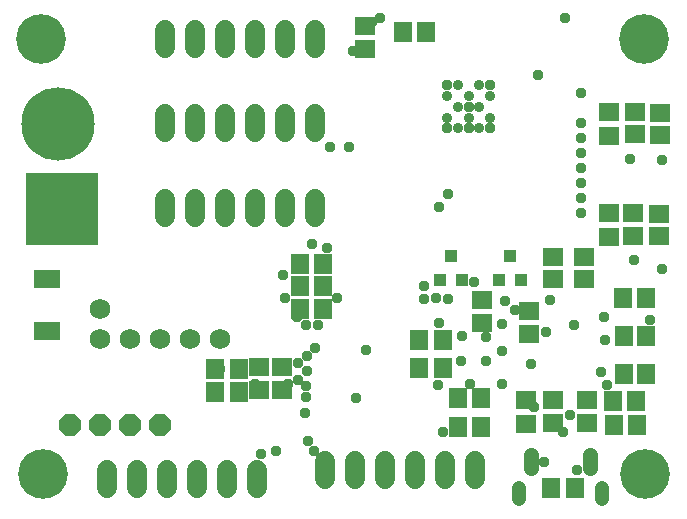
<source format=gbr>
G04 EAGLE Gerber RS-274X export*
G75*
%MOMM*%
%FSLAX34Y34*%
%LPD*%
%INSoldermask Bottom*%
%IPPOS*%
%AMOC8*
5,1,8,0,0,1.08239X$1,22.5*%
G01*
%ADD10C,4.203200*%
%ADD11C,1.727200*%
%ADD12P,2.005885X8X202.500000*%
%ADD13C,0.911200*%
%ADD14C,1.733200*%
%ADD15R,6.203200X6.203200*%
%ADD16C,6.203200*%
%ADD17C,1.261200*%
%ADD18C,1.211200*%
%ADD19R,1.703200X1.503200*%
%ADD20R,1.503200X1.803200*%
%ADD21R,1.803200X1.503200*%
%ADD22R,1.503200X1.703200*%
%ADD23R,1.003200X1.103200*%
%ADD24R,2.303200X1.603200*%
%ADD25C,0.959600*%


D10*
X61625Y492300D03*
X60000Y860475D03*
X570000Y860475D03*
X571625Y492300D03*
D11*
X350875Y487755D02*
X350875Y502995D01*
X325475Y502995D02*
X325475Y487755D01*
X300075Y487755D02*
X300075Y502995D01*
X376275Y502995D02*
X376275Y487755D01*
X401675Y487755D02*
X401675Y502995D01*
X427075Y502995D02*
X427075Y487755D01*
D12*
X160375Y533475D03*
X134975Y533475D03*
X109575Y533475D03*
X84175Y533475D03*
D13*
X412625Y821450D03*
X430975Y821450D03*
X403450Y812275D03*
X421800Y812275D03*
X440150Y812275D03*
X412625Y803100D03*
X430975Y803100D03*
X403450Y793925D03*
X421800Y793925D03*
X440150Y793925D03*
X412625Y784750D03*
X430975Y784750D03*
D14*
X109575Y631900D03*
X109575Y606500D03*
X134975Y606500D03*
X160375Y606500D03*
X185775Y606500D03*
X211175Y606500D03*
D15*
X77683Y716313D03*
D16*
X74633Y788313D03*
D17*
X474352Y508037D02*
X474352Y497457D01*
X524608Y497373D02*
X524608Y507953D01*
D18*
X464465Y480730D02*
X464465Y470650D01*
X534465Y470650D02*
X534465Y480730D01*
D19*
X522045Y535483D03*
X522045Y554483D03*
X492962Y535685D03*
X492962Y554685D03*
D20*
X543922Y554381D03*
X563922Y554381D03*
D21*
X470763Y534778D03*
X470763Y554778D03*
X473404Y630421D03*
X473404Y610421D03*
D22*
X571830Y641425D03*
X552830Y641425D03*
X572063Y609052D03*
X553063Y609052D03*
D19*
X562610Y798805D03*
X562610Y779805D03*
X561340Y713080D03*
X561340Y694080D03*
X582930Y693445D03*
X582930Y712445D03*
X584200Y779170D03*
X584200Y798170D03*
D21*
X540385Y712945D03*
X540385Y692945D03*
X541020Y798670D03*
X541020Y778670D03*
D23*
X456793Y676571D03*
X466293Y656571D03*
X447293Y656571D03*
X406882Y676698D03*
X416382Y656698D03*
X397382Y656698D03*
D19*
X493274Y676232D03*
X493274Y657232D03*
X519829Y657369D03*
X519829Y676369D03*
D20*
X544583Y533856D03*
X564583Y533856D03*
X512005Y480770D03*
X492005Y480770D03*
D21*
X334010Y851695D03*
X334010Y871695D03*
D20*
X365920Y866775D03*
X385920Y866775D03*
D22*
X553259Y576601D03*
X572259Y576601D03*
D20*
X432757Y556462D03*
X412757Y556462D03*
X432757Y531824D03*
X412757Y531824D03*
X400245Y605992D03*
X380245Y605992D03*
D21*
X433018Y619819D03*
X433018Y639819D03*
D20*
X400245Y581608D03*
X380245Y581608D03*
D21*
X244550Y563050D03*
X244550Y583050D03*
X263600Y563050D03*
X263600Y583050D03*
D20*
X207450Y580950D03*
X227450Y580950D03*
X207450Y561900D03*
X227450Y561900D03*
D11*
X215900Y709930D02*
X215900Y725170D01*
X190500Y725170D02*
X190500Y709930D01*
X165100Y709930D02*
X165100Y725170D01*
X241300Y725170D02*
X241300Y709930D01*
X266700Y709930D02*
X266700Y725170D01*
X292100Y725170D02*
X292100Y709930D01*
X215900Y852805D02*
X215900Y868045D01*
X190500Y868045D02*
X190500Y852805D01*
X165100Y852805D02*
X165100Y868045D01*
X241300Y868045D02*
X241300Y852805D01*
X266700Y852805D02*
X266700Y868045D01*
X292100Y868045D02*
X292100Y852805D01*
X215900Y797052D02*
X215900Y781812D01*
X190500Y781812D02*
X190500Y797052D01*
X165100Y797052D02*
X165100Y781812D01*
X241300Y781812D02*
X241300Y797052D01*
X266700Y797052D02*
X266700Y781812D01*
X292100Y781812D02*
X292100Y797052D01*
X192125Y495225D02*
X192125Y479985D01*
X217525Y479985D02*
X217525Y495225D01*
X242925Y495225D02*
X242925Y479985D01*
X166725Y479985D02*
X166725Y495225D01*
X141325Y495225D02*
X141325Y479985D01*
X115925Y479985D02*
X115925Y495225D01*
D20*
X278850Y651200D03*
X298850Y651200D03*
X278850Y670250D03*
X298850Y670250D03*
X278850Y632150D03*
X298850Y632150D03*
D24*
X65120Y613420D03*
X65120Y657420D03*
D25*
X394208Y641143D03*
X404368Y640334D03*
X284988Y579008D03*
X516800Y763800D03*
X284480Y557276D03*
X516800Y725700D03*
X291717Y598650D03*
X516800Y814600D03*
X277560Y572149D03*
X516800Y751100D03*
X284627Y566364D03*
X516800Y738400D03*
X277368Y585950D03*
X516800Y776500D03*
X285242Y592272D03*
X516800Y789200D03*
X283565Y543915D03*
X339725Y875206D03*
X265329Y581025D03*
X326725Y556879D03*
X334853Y597154D03*
X541020Y778670D03*
X346800Y878100D03*
X403450Y821450D03*
X403450Y784750D03*
X421800Y784750D03*
X440150Y784750D03*
X422275Y803100D03*
X266700Y641350D03*
X283798Y618511D03*
X585420Y757940D03*
X540385Y692945D03*
X585420Y665865D03*
X492005Y480770D03*
X553259Y576601D03*
X294132Y618617D03*
X477621Y548682D03*
X564583Y533856D03*
X563898Y554381D03*
X507767Y542014D03*
X485659Y502690D03*
X412757Y556462D03*
X412757Y531824D03*
X400024Y527887D03*
X487370Y612065D03*
X510902Y618415D03*
X380245Y605992D03*
X380245Y581608D03*
X433018Y639819D03*
X440150Y821450D03*
X396494Y718306D03*
X503682Y878332D03*
X243123Y581623D03*
X211175Y581025D03*
X241300Y568325D03*
X268831Y568025D03*
X584200Y779170D03*
X276225Y625475D03*
X310656Y641213D03*
X582930Y693445D03*
X572063Y609052D03*
X571830Y641425D03*
X301916Y683556D03*
X400245Y605992D03*
X400245Y581608D03*
X433018Y619819D03*
X450088Y619506D03*
X396494Y620014D03*
X395631Y567182D03*
X449834Y596138D03*
X449834Y568706D03*
X423081Y568789D03*
X416052Y609092D03*
X436880Y608584D03*
X436880Y588264D03*
X415798Y588010D03*
X461502Y631115D03*
X365920Y866775D03*
X323596Y850646D03*
X537027Y605973D03*
X539242Y567690D03*
X264894Y660400D03*
X520452Y535023D03*
X501424Y528014D03*
X514012Y495300D03*
X544583Y533856D03*
X432757Y531824D03*
X480314Y829691D03*
X404774Y729336D03*
X540385Y712945D03*
X516800Y713000D03*
X522045Y554483D03*
X492868Y555169D03*
X575300Y623010D03*
X536770Y624765D03*
X534162Y578358D03*
X474436Y585659D03*
X552830Y641425D03*
X553063Y609052D03*
X561975Y673100D03*
X558800Y758825D03*
X447293Y656571D03*
X489959Y657232D03*
X426466Y654812D03*
X490756Y676232D03*
X452628Y639064D03*
X490728Y639572D03*
X572259Y576601D03*
X304800Y769338D03*
X320675Y769338D03*
X383738Y640644D03*
X246380Y509270D03*
X290678Y511962D03*
X384048Y651002D03*
X259080Y511810D03*
X286157Y520293D03*
X289272Y686731D03*
M02*

</source>
